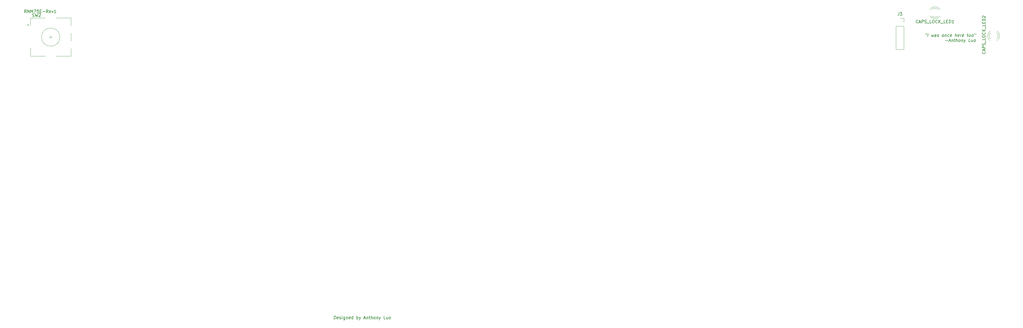
<source format=gbr>
%TF.GenerationSoftware,KiCad,Pcbnew,(5.1.9)-1*%
%TF.CreationDate,2021-05-13T20:29:08-04:00*%
%TF.ProjectId,rnm-75E,726e6d2d-3735-4452-9e6b-696361645f70,rev?*%
%TF.SameCoordinates,Original*%
%TF.FileFunction,Legend,Top*%
%TF.FilePolarity,Positive*%
%FSLAX46Y46*%
G04 Gerber Fmt 4.6, Leading zero omitted, Abs format (unit mm)*
G04 Created by KiCad (PCBNEW (5.1.9)-1) date 2021-05-13 20:29:08*
%MOMM*%
%LPD*%
G01*
G04 APERTURE LIST*
%ADD10C,0.150000*%
%ADD11C,0.120000*%
G04 APERTURE END LIST*
D10*
X360090922Y-100227380D02*
X360067113Y-100417857D01*
X360471875Y-100227380D02*
X360448065Y-100417857D01*
X360775446Y-101227380D02*
X360900446Y-100227380D01*
X362001636Y-100560714D02*
X362108779Y-101227380D01*
X362358779Y-100751190D01*
X362489732Y-101227380D01*
X362763541Y-100560714D01*
X363489732Y-101227380D02*
X363555208Y-100703571D01*
X363519494Y-100608333D01*
X363430208Y-100560714D01*
X363239732Y-100560714D01*
X363138541Y-100608333D01*
X363495684Y-101179761D02*
X363394494Y-101227380D01*
X363156398Y-101227380D01*
X363067113Y-101179761D01*
X363031398Y-101084523D01*
X363043303Y-100989285D01*
X363102827Y-100894047D01*
X363204017Y-100846428D01*
X363442113Y-100846428D01*
X363543303Y-100798809D01*
X363924255Y-101179761D02*
X364013541Y-101227380D01*
X364204017Y-101227380D01*
X364305208Y-101179761D01*
X364364732Y-101084523D01*
X364370684Y-101036904D01*
X364334970Y-100941666D01*
X364245684Y-100894047D01*
X364102827Y-100894047D01*
X364013541Y-100846428D01*
X363977827Y-100751190D01*
X363983779Y-100703571D01*
X364043303Y-100608333D01*
X364144494Y-100560714D01*
X364287351Y-100560714D01*
X364376636Y-100608333D01*
X365680208Y-101227380D02*
X365590922Y-101179761D01*
X365549255Y-101132142D01*
X365513541Y-101036904D01*
X365549255Y-100751190D01*
X365608779Y-100655952D01*
X365662351Y-100608333D01*
X365763541Y-100560714D01*
X365906398Y-100560714D01*
X365995684Y-100608333D01*
X366037351Y-100655952D01*
X366073065Y-100751190D01*
X366037351Y-101036904D01*
X365977827Y-101132142D01*
X365924255Y-101179761D01*
X365823065Y-101227380D01*
X365680208Y-101227380D01*
X366525446Y-100560714D02*
X366442113Y-101227380D01*
X366513541Y-100655952D02*
X366567113Y-100608333D01*
X366668303Y-100560714D01*
X366811160Y-100560714D01*
X366900446Y-100608333D01*
X366936160Y-100703571D01*
X366870684Y-101227380D01*
X367781398Y-101179761D02*
X367680208Y-101227380D01*
X367489732Y-101227380D01*
X367400446Y-101179761D01*
X367358779Y-101132142D01*
X367323065Y-101036904D01*
X367358779Y-100751190D01*
X367418303Y-100655952D01*
X367471875Y-100608333D01*
X367573065Y-100560714D01*
X367763541Y-100560714D01*
X367852827Y-100608333D01*
X368590922Y-101179761D02*
X368489732Y-101227380D01*
X368299255Y-101227380D01*
X368209970Y-101179761D01*
X368174255Y-101084523D01*
X368221875Y-100703571D01*
X368281398Y-100608333D01*
X368382589Y-100560714D01*
X368573065Y-100560714D01*
X368662351Y-100608333D01*
X368698065Y-100703571D01*
X368686160Y-100798809D01*
X368198065Y-100894047D01*
X369823065Y-101227380D02*
X369948065Y-100227380D01*
X370251636Y-101227380D02*
X370317113Y-100703571D01*
X370281398Y-100608333D01*
X370192113Y-100560714D01*
X370049255Y-100560714D01*
X369948065Y-100608333D01*
X369894494Y-100655952D01*
X371114732Y-101179761D02*
X371013541Y-101227380D01*
X370823065Y-101227380D01*
X370733779Y-101179761D01*
X370698065Y-101084523D01*
X370745684Y-100703571D01*
X370805208Y-100608333D01*
X370906398Y-100560714D01*
X371096875Y-100560714D01*
X371186160Y-100608333D01*
X371221875Y-100703571D01*
X371209970Y-100798809D01*
X370721875Y-100894047D01*
X371584970Y-101227380D02*
X371668303Y-100560714D01*
X371644494Y-100751190D02*
X371704017Y-100655952D01*
X371757589Y-100608333D01*
X371858779Y-100560714D01*
X371954017Y-100560714D01*
X372590922Y-101179761D02*
X372489732Y-101227380D01*
X372299255Y-101227380D01*
X372209970Y-101179761D01*
X372174255Y-101084523D01*
X372221875Y-100703571D01*
X372281398Y-100608333D01*
X372382589Y-100560714D01*
X372573065Y-100560714D01*
X372662351Y-100608333D01*
X372698065Y-100703571D01*
X372686160Y-100798809D01*
X372198065Y-100894047D01*
X373763541Y-100560714D02*
X374144494Y-100560714D01*
X373948065Y-100227380D02*
X373840922Y-101084523D01*
X373876636Y-101179761D01*
X373965922Y-101227380D01*
X374061160Y-101227380D01*
X374537351Y-101227380D02*
X374448065Y-101179761D01*
X374406398Y-101132142D01*
X374370684Y-101036904D01*
X374406398Y-100751190D01*
X374465922Y-100655952D01*
X374519494Y-100608333D01*
X374620684Y-100560714D01*
X374763541Y-100560714D01*
X374852827Y-100608333D01*
X374894494Y-100655952D01*
X374930208Y-100751190D01*
X374894494Y-101036904D01*
X374834970Y-101132142D01*
X374781398Y-101179761D01*
X374680208Y-101227380D01*
X374537351Y-101227380D01*
X375442113Y-101227380D02*
X375352827Y-101179761D01*
X375311160Y-101132142D01*
X375275446Y-101036904D01*
X375311160Y-100751190D01*
X375370684Y-100655952D01*
X375424255Y-100608333D01*
X375525446Y-100560714D01*
X375668303Y-100560714D01*
X375757589Y-100608333D01*
X375799255Y-100655952D01*
X375834970Y-100751190D01*
X375799255Y-101036904D01*
X375739732Y-101132142D01*
X375686160Y-101179761D01*
X375584970Y-101227380D01*
X375442113Y-101227380D01*
X376281398Y-100227380D02*
X376257589Y-100417857D01*
X376662351Y-100227380D02*
X376638541Y-100417857D01*
X366584970Y-102496428D02*
X367346875Y-102496428D01*
X367763541Y-102591666D02*
X368239732Y-102591666D01*
X367632589Y-102877380D02*
X368090922Y-101877380D01*
X368299255Y-102877380D01*
X368715922Y-102210714D02*
X368632589Y-102877380D01*
X368704017Y-102305952D02*
X368757589Y-102258333D01*
X368858779Y-102210714D01*
X369001636Y-102210714D01*
X369090922Y-102258333D01*
X369126636Y-102353571D01*
X369061160Y-102877380D01*
X369477827Y-102210714D02*
X369858779Y-102210714D01*
X369662351Y-101877380D02*
X369555208Y-102734523D01*
X369590922Y-102829761D01*
X369680208Y-102877380D01*
X369775446Y-102877380D01*
X370108779Y-102877380D02*
X370233779Y-101877380D01*
X370537351Y-102877380D02*
X370602827Y-102353571D01*
X370567113Y-102258333D01*
X370477827Y-102210714D01*
X370334970Y-102210714D01*
X370233779Y-102258333D01*
X370180208Y-102305952D01*
X371156398Y-102877380D02*
X371067113Y-102829761D01*
X371025446Y-102782142D01*
X370989732Y-102686904D01*
X371025446Y-102401190D01*
X371084970Y-102305952D01*
X371138541Y-102258333D01*
X371239732Y-102210714D01*
X371382589Y-102210714D01*
X371471875Y-102258333D01*
X371513541Y-102305952D01*
X371549255Y-102401190D01*
X371513541Y-102686904D01*
X371454017Y-102782142D01*
X371400446Y-102829761D01*
X371299255Y-102877380D01*
X371156398Y-102877380D01*
X372001636Y-102210714D02*
X371918303Y-102877380D01*
X371989732Y-102305952D02*
X372043303Y-102258333D01*
X372144494Y-102210714D01*
X372287351Y-102210714D01*
X372376636Y-102258333D01*
X372412351Y-102353571D01*
X372346875Y-102877380D01*
X372811160Y-102210714D02*
X372965922Y-102877380D01*
X373287351Y-102210714D02*
X372965922Y-102877380D01*
X372840922Y-103115476D01*
X372787351Y-103163095D01*
X372686160Y-103210714D01*
X374823065Y-102877380D02*
X374346875Y-102877380D01*
X374471875Y-101877380D01*
X375668303Y-102210714D02*
X375584970Y-102877380D01*
X375239732Y-102210714D02*
X375174255Y-102734523D01*
X375209970Y-102829761D01*
X375299255Y-102877380D01*
X375442113Y-102877380D01*
X375543303Y-102829761D01*
X375596875Y-102782142D01*
X376204017Y-102877380D02*
X376114732Y-102829761D01*
X376073065Y-102782142D01*
X376037351Y-102686904D01*
X376073065Y-102401190D01*
X376132589Y-102305952D01*
X376186160Y-102258333D01*
X376287351Y-102210714D01*
X376430208Y-102210714D01*
X376519494Y-102258333D01*
X376561160Y-102305952D01*
X376596875Y-102401190D01*
X376561160Y-102686904D01*
X376501636Y-102782142D01*
X376448065Y-102829761D01*
X376346875Y-102877380D01*
X376204017Y-102877380D01*
X62873511Y-93321130D02*
X62540178Y-92844940D01*
X62302083Y-93321130D02*
X62302083Y-92321130D01*
X62683035Y-92321130D01*
X62778273Y-92368750D01*
X62825892Y-92416369D01*
X62873511Y-92511607D01*
X62873511Y-92654464D01*
X62825892Y-92749702D01*
X62778273Y-92797321D01*
X62683035Y-92844940D01*
X62302083Y-92844940D01*
X63302083Y-93321130D02*
X63302083Y-92321130D01*
X63873511Y-93321130D01*
X63873511Y-92321130D01*
X64349702Y-93321130D02*
X64349702Y-92321130D01*
X64683035Y-93035416D01*
X65016369Y-92321130D01*
X65016369Y-93321130D01*
X65397321Y-92321130D02*
X66063988Y-92321130D01*
X65635416Y-93321130D01*
X66921130Y-92321130D02*
X66444940Y-92321130D01*
X66397321Y-92797321D01*
X66444940Y-92749702D01*
X66540178Y-92702083D01*
X66778273Y-92702083D01*
X66873511Y-92749702D01*
X66921130Y-92797321D01*
X66968750Y-92892559D01*
X66968750Y-93130654D01*
X66921130Y-93225892D01*
X66873511Y-93273511D01*
X66778273Y-93321130D01*
X66540178Y-93321130D01*
X66444940Y-93273511D01*
X66397321Y-93225892D01*
X67397321Y-92797321D02*
X67730654Y-92797321D01*
X67873511Y-93321130D02*
X67397321Y-93321130D01*
X67397321Y-92321130D01*
X67873511Y-92321130D01*
X68302083Y-92940178D02*
X69063988Y-92940178D01*
X70111607Y-93321130D02*
X69778273Y-92844940D01*
X69540178Y-93321130D02*
X69540178Y-92321130D01*
X69921130Y-92321130D01*
X70016369Y-92368750D01*
X70063988Y-92416369D01*
X70111607Y-92511607D01*
X70111607Y-92654464D01*
X70063988Y-92749702D01*
X70016369Y-92797321D01*
X69921130Y-92844940D01*
X69540178Y-92844940D01*
X70921130Y-93273511D02*
X70825892Y-93321130D01*
X70635416Y-93321130D01*
X70540178Y-93273511D01*
X70492559Y-93178273D01*
X70492559Y-92797321D01*
X70540178Y-92702083D01*
X70635416Y-92654464D01*
X70825892Y-92654464D01*
X70921130Y-92702083D01*
X70968750Y-92797321D01*
X70968750Y-92892559D01*
X70492559Y-92987797D01*
X71302083Y-92654464D02*
X71540178Y-93321130D01*
X71778273Y-92654464D01*
X72683035Y-93321130D02*
X72111607Y-93321130D01*
X72397321Y-93321130D02*
X72397321Y-92321130D01*
X72302083Y-92463988D01*
X72206845Y-92559226D01*
X72111607Y-92606845D01*
X164578345Y-194571880D02*
X164578345Y-193571880D01*
X164816440Y-193571880D01*
X164959297Y-193619500D01*
X165054535Y-193714738D01*
X165102154Y-193809976D01*
X165149773Y-194000452D01*
X165149773Y-194143309D01*
X165102154Y-194333785D01*
X165054535Y-194429023D01*
X164959297Y-194524261D01*
X164816440Y-194571880D01*
X164578345Y-194571880D01*
X165959297Y-194524261D02*
X165864059Y-194571880D01*
X165673583Y-194571880D01*
X165578345Y-194524261D01*
X165530726Y-194429023D01*
X165530726Y-194048071D01*
X165578345Y-193952833D01*
X165673583Y-193905214D01*
X165864059Y-193905214D01*
X165959297Y-193952833D01*
X166006916Y-194048071D01*
X166006916Y-194143309D01*
X165530726Y-194238547D01*
X166387869Y-194524261D02*
X166483107Y-194571880D01*
X166673583Y-194571880D01*
X166768821Y-194524261D01*
X166816440Y-194429023D01*
X166816440Y-194381404D01*
X166768821Y-194286166D01*
X166673583Y-194238547D01*
X166530726Y-194238547D01*
X166435488Y-194190928D01*
X166387869Y-194095690D01*
X166387869Y-194048071D01*
X166435488Y-193952833D01*
X166530726Y-193905214D01*
X166673583Y-193905214D01*
X166768821Y-193952833D01*
X167245011Y-194571880D02*
X167245011Y-193905214D01*
X167245011Y-193571880D02*
X167197392Y-193619500D01*
X167245011Y-193667119D01*
X167292630Y-193619500D01*
X167245011Y-193571880D01*
X167245011Y-193667119D01*
X168149773Y-193905214D02*
X168149773Y-194714738D01*
X168102154Y-194809976D01*
X168054535Y-194857595D01*
X167959297Y-194905214D01*
X167816440Y-194905214D01*
X167721202Y-194857595D01*
X168149773Y-194524261D02*
X168054535Y-194571880D01*
X167864059Y-194571880D01*
X167768821Y-194524261D01*
X167721202Y-194476642D01*
X167673583Y-194381404D01*
X167673583Y-194095690D01*
X167721202Y-194000452D01*
X167768821Y-193952833D01*
X167864059Y-193905214D01*
X168054535Y-193905214D01*
X168149773Y-193952833D01*
X168625964Y-193905214D02*
X168625964Y-194571880D01*
X168625964Y-194000452D02*
X168673583Y-193952833D01*
X168768821Y-193905214D01*
X168911678Y-193905214D01*
X169006916Y-193952833D01*
X169054535Y-194048071D01*
X169054535Y-194571880D01*
X169911678Y-194524261D02*
X169816440Y-194571880D01*
X169625964Y-194571880D01*
X169530726Y-194524261D01*
X169483107Y-194429023D01*
X169483107Y-194048071D01*
X169530726Y-193952833D01*
X169625964Y-193905214D01*
X169816440Y-193905214D01*
X169911678Y-193952833D01*
X169959297Y-194048071D01*
X169959297Y-194143309D01*
X169483107Y-194238547D01*
X170816440Y-194571880D02*
X170816440Y-193571880D01*
X170816440Y-194524261D02*
X170721202Y-194571880D01*
X170530726Y-194571880D01*
X170435488Y-194524261D01*
X170387869Y-194476642D01*
X170340250Y-194381404D01*
X170340250Y-194095690D01*
X170387869Y-194000452D01*
X170435488Y-193952833D01*
X170530726Y-193905214D01*
X170721202Y-193905214D01*
X170816440Y-193952833D01*
X172054535Y-194571880D02*
X172054535Y-193571880D01*
X172054535Y-193952833D02*
X172149773Y-193905214D01*
X172340250Y-193905214D01*
X172435488Y-193952833D01*
X172483107Y-194000452D01*
X172530726Y-194095690D01*
X172530726Y-194381404D01*
X172483107Y-194476642D01*
X172435488Y-194524261D01*
X172340250Y-194571880D01*
X172149773Y-194571880D01*
X172054535Y-194524261D01*
X172864059Y-193905214D02*
X173102154Y-194571880D01*
X173340250Y-193905214D02*
X173102154Y-194571880D01*
X173006916Y-194809976D01*
X172959297Y-194857595D01*
X172864059Y-194905214D01*
X174435488Y-194286166D02*
X174911678Y-194286166D01*
X174340250Y-194571880D02*
X174673583Y-193571880D01*
X175006916Y-194571880D01*
X175340250Y-193905214D02*
X175340250Y-194571880D01*
X175340250Y-194000452D02*
X175387869Y-193952833D01*
X175483107Y-193905214D01*
X175625964Y-193905214D01*
X175721202Y-193952833D01*
X175768821Y-194048071D01*
X175768821Y-194571880D01*
X176102154Y-193905214D02*
X176483107Y-193905214D01*
X176245011Y-193571880D02*
X176245011Y-194429023D01*
X176292630Y-194524261D01*
X176387869Y-194571880D01*
X176483107Y-194571880D01*
X176816440Y-194571880D02*
X176816440Y-193571880D01*
X177245011Y-194571880D02*
X177245011Y-194048071D01*
X177197392Y-193952833D01*
X177102154Y-193905214D01*
X176959297Y-193905214D01*
X176864059Y-193952833D01*
X176816440Y-194000452D01*
X177864059Y-194571880D02*
X177768821Y-194524261D01*
X177721202Y-194476642D01*
X177673583Y-194381404D01*
X177673583Y-194095690D01*
X177721202Y-194000452D01*
X177768821Y-193952833D01*
X177864059Y-193905214D01*
X178006916Y-193905214D01*
X178102154Y-193952833D01*
X178149773Y-194000452D01*
X178197392Y-194095690D01*
X178197392Y-194381404D01*
X178149773Y-194476642D01*
X178102154Y-194524261D01*
X178006916Y-194571880D01*
X177864059Y-194571880D01*
X178625964Y-193905214D02*
X178625964Y-194571880D01*
X178625964Y-194000452D02*
X178673583Y-193952833D01*
X178768821Y-193905214D01*
X178911678Y-193905214D01*
X179006916Y-193952833D01*
X179054535Y-194048071D01*
X179054535Y-194571880D01*
X179435488Y-193905214D02*
X179673583Y-194571880D01*
X179911678Y-193905214D02*
X179673583Y-194571880D01*
X179578345Y-194809976D01*
X179530726Y-194857595D01*
X179435488Y-194905214D01*
X181530726Y-194571880D02*
X181054535Y-194571880D01*
X181054535Y-193571880D01*
X182292630Y-193905214D02*
X182292630Y-194571880D01*
X181864059Y-193905214D02*
X181864059Y-194429023D01*
X181911678Y-194524261D01*
X182006916Y-194571880D01*
X182149773Y-194571880D01*
X182245011Y-194524261D01*
X182292630Y-194476642D01*
X182911678Y-194571880D02*
X182816440Y-194524261D01*
X182768821Y-194476642D01*
X182721202Y-194381404D01*
X182721202Y-194095690D01*
X182768821Y-194000452D01*
X182816440Y-193952833D01*
X182911678Y-193905214D01*
X183054535Y-193905214D01*
X183149773Y-193952833D01*
X183197392Y-194000452D01*
X183245011Y-194095690D01*
X183245011Y-194381404D01*
X183197392Y-194476642D01*
X183149773Y-194524261D01*
X183054535Y-194571880D01*
X182911678Y-194571880D01*
D11*
%TO.C,CAPS_LOCK_LED2*%
X381444163Y-101974380D02*
G75*
G02*
X381444000Y-99892289I1079837J1041130D01*
G01*
X383603837Y-101974380D02*
G75*
G03*
X383604000Y-99892289I-1079837J1041130D01*
G01*
X381445392Y-102605585D02*
G75*
G02*
X381288484Y-99373250I1078608J1672335D01*
G01*
X383602608Y-102605585D02*
G75*
G03*
X383759516Y-99373250I-1078608J1672335D01*
G01*
X383760000Y-99373250D02*
X383604000Y-99373250D01*
X381444000Y-99373250D02*
X381288000Y-99373250D01*
%TO.C,CAPS_LOCK_LED1*%
X362115370Y-92233413D02*
G75*
G02*
X364197461Y-92233250I1041130J-1079837D01*
G01*
X362115370Y-94393087D02*
G75*
G03*
X364197461Y-94393250I1041130J1079837D01*
G01*
X361484165Y-92234642D02*
G75*
G02*
X364716500Y-92077734I1672335J-1078608D01*
G01*
X361484165Y-94391858D02*
G75*
G03*
X364716500Y-94548766I1672335J1078608D01*
G01*
X364716500Y-94549250D02*
X364716500Y-94393250D01*
X364716500Y-92233250D02*
X364716500Y-92077250D01*
%TO.C,J3*%
X350237750Y-97758250D02*
X352897750Y-97758250D01*
X350237750Y-97758250D02*
X350237750Y-105438250D01*
X350237750Y-105438250D02*
X352897750Y-105438250D01*
X352897750Y-97758250D02*
X352897750Y-105438250D01*
X352897750Y-95158250D02*
X352897750Y-96488250D01*
X351567750Y-95158250D02*
X352897750Y-95158250D01*
%TO.C,SW2*%
X70436500Y-101369500D02*
X71436500Y-101369500D01*
X70936500Y-100869500D02*
X70936500Y-101869500D01*
X77636500Y-105069500D02*
X77636500Y-107669500D01*
X77636500Y-100069500D02*
X77636500Y-102669500D01*
X77636500Y-95069500D02*
X77636500Y-97669500D01*
X63736500Y-97269500D02*
X63436500Y-97569500D01*
X63136500Y-97269500D02*
X63736500Y-97269500D01*
X63436500Y-97569500D02*
X63136500Y-97269500D01*
X64236500Y-95069500D02*
X64236500Y-97569500D01*
X69036500Y-95069500D02*
X64236500Y-95069500D01*
X64236500Y-107669500D02*
X64236500Y-104869500D01*
X69136500Y-107669500D02*
X64236500Y-107669500D01*
X77636500Y-107669500D02*
X72736500Y-107669500D01*
X72736500Y-95069500D02*
X77636500Y-95069500D01*
X73936500Y-101369500D02*
G75*
G03*
X73936500Y-101369500I-3000000J0D01*
G01*
%TO.C,CAPS_LOCK_LED2*%
D10*
X379706142Y-106234797D02*
X379753761Y-106282416D01*
X379801380Y-106425273D01*
X379801380Y-106520511D01*
X379753761Y-106663369D01*
X379658523Y-106758607D01*
X379563285Y-106806226D01*
X379372809Y-106853845D01*
X379229952Y-106853845D01*
X379039476Y-106806226D01*
X378944238Y-106758607D01*
X378849000Y-106663369D01*
X378801380Y-106520511D01*
X378801380Y-106425273D01*
X378849000Y-106282416D01*
X378896619Y-106234797D01*
X379515666Y-105853845D02*
X379515666Y-105377654D01*
X379801380Y-105949083D02*
X378801380Y-105615750D01*
X379801380Y-105282416D01*
X379801380Y-104949083D02*
X378801380Y-104949083D01*
X378801380Y-104568130D01*
X378849000Y-104472892D01*
X378896619Y-104425273D01*
X378991857Y-104377654D01*
X379134714Y-104377654D01*
X379229952Y-104425273D01*
X379277571Y-104472892D01*
X379325190Y-104568130D01*
X379325190Y-104949083D01*
X379753761Y-103996702D02*
X379801380Y-103853845D01*
X379801380Y-103615750D01*
X379753761Y-103520511D01*
X379706142Y-103472892D01*
X379610904Y-103425273D01*
X379515666Y-103425273D01*
X379420428Y-103472892D01*
X379372809Y-103520511D01*
X379325190Y-103615750D01*
X379277571Y-103806226D01*
X379229952Y-103901464D01*
X379182333Y-103949083D01*
X379087095Y-103996702D01*
X378991857Y-103996702D01*
X378896619Y-103949083D01*
X378849000Y-103901464D01*
X378801380Y-103806226D01*
X378801380Y-103568130D01*
X378849000Y-103425273D01*
X379896619Y-103234797D02*
X379896619Y-102472892D01*
X379801380Y-101758607D02*
X379801380Y-102234797D01*
X378801380Y-102234797D01*
X378801380Y-101234797D02*
X378801380Y-101044321D01*
X378849000Y-100949083D01*
X378944238Y-100853845D01*
X379134714Y-100806226D01*
X379468047Y-100806226D01*
X379658523Y-100853845D01*
X379753761Y-100949083D01*
X379801380Y-101044321D01*
X379801380Y-101234797D01*
X379753761Y-101330035D01*
X379658523Y-101425273D01*
X379468047Y-101472892D01*
X379134714Y-101472892D01*
X378944238Y-101425273D01*
X378849000Y-101330035D01*
X378801380Y-101234797D01*
X379706142Y-99806226D02*
X379753761Y-99853845D01*
X379801380Y-99996702D01*
X379801380Y-100091940D01*
X379753761Y-100234797D01*
X379658523Y-100330035D01*
X379563285Y-100377654D01*
X379372809Y-100425273D01*
X379229952Y-100425273D01*
X379039476Y-100377654D01*
X378944238Y-100330035D01*
X378849000Y-100234797D01*
X378801380Y-100091940D01*
X378801380Y-99996702D01*
X378849000Y-99853845D01*
X378896619Y-99806226D01*
X379801380Y-99377654D02*
X378801380Y-99377654D01*
X379801380Y-98806226D02*
X379229952Y-99234797D01*
X378801380Y-98806226D02*
X379372809Y-99377654D01*
X379896619Y-98615750D02*
X379896619Y-97853845D01*
X379801380Y-97139559D02*
X379801380Y-97615750D01*
X378801380Y-97615750D01*
X379277571Y-96806226D02*
X379277571Y-96472892D01*
X379801380Y-96330035D02*
X379801380Y-96806226D01*
X378801380Y-96806226D01*
X378801380Y-96330035D01*
X379801380Y-95901464D02*
X378801380Y-95901464D01*
X378801380Y-95663369D01*
X378849000Y-95520511D01*
X378944238Y-95425273D01*
X379039476Y-95377654D01*
X379229952Y-95330035D01*
X379372809Y-95330035D01*
X379563285Y-95377654D01*
X379658523Y-95425273D01*
X379753761Y-95520511D01*
X379801380Y-95663369D01*
X379801380Y-95901464D01*
X378896619Y-94949083D02*
X378849000Y-94901464D01*
X378801380Y-94806226D01*
X378801380Y-94568130D01*
X378849000Y-94472892D01*
X378896619Y-94425273D01*
X378991857Y-94377654D01*
X379087095Y-94377654D01*
X379229952Y-94425273D01*
X379801380Y-94996702D01*
X379801380Y-94377654D01*
%TO.C,CAPS_LOCK_LED1*%
X357537452Y-96630392D02*
X357489833Y-96678011D01*
X357346976Y-96725630D01*
X357251738Y-96725630D01*
X357108880Y-96678011D01*
X357013642Y-96582773D01*
X356966023Y-96487535D01*
X356918404Y-96297059D01*
X356918404Y-96154202D01*
X356966023Y-95963726D01*
X357013642Y-95868488D01*
X357108880Y-95773250D01*
X357251738Y-95725630D01*
X357346976Y-95725630D01*
X357489833Y-95773250D01*
X357537452Y-95820869D01*
X357918404Y-96439916D02*
X358394595Y-96439916D01*
X357823166Y-96725630D02*
X358156500Y-95725630D01*
X358489833Y-96725630D01*
X358823166Y-96725630D02*
X358823166Y-95725630D01*
X359204119Y-95725630D01*
X359299357Y-95773250D01*
X359346976Y-95820869D01*
X359394595Y-95916107D01*
X359394595Y-96058964D01*
X359346976Y-96154202D01*
X359299357Y-96201821D01*
X359204119Y-96249440D01*
X358823166Y-96249440D01*
X359775547Y-96678011D02*
X359918404Y-96725630D01*
X360156500Y-96725630D01*
X360251738Y-96678011D01*
X360299357Y-96630392D01*
X360346976Y-96535154D01*
X360346976Y-96439916D01*
X360299357Y-96344678D01*
X360251738Y-96297059D01*
X360156500Y-96249440D01*
X359966023Y-96201821D01*
X359870785Y-96154202D01*
X359823166Y-96106583D01*
X359775547Y-96011345D01*
X359775547Y-95916107D01*
X359823166Y-95820869D01*
X359870785Y-95773250D01*
X359966023Y-95725630D01*
X360204119Y-95725630D01*
X360346976Y-95773250D01*
X360537452Y-96820869D02*
X361299357Y-96820869D01*
X362013642Y-96725630D02*
X361537452Y-96725630D01*
X361537452Y-95725630D01*
X362537452Y-95725630D02*
X362727928Y-95725630D01*
X362823166Y-95773250D01*
X362918404Y-95868488D01*
X362966023Y-96058964D01*
X362966023Y-96392297D01*
X362918404Y-96582773D01*
X362823166Y-96678011D01*
X362727928Y-96725630D01*
X362537452Y-96725630D01*
X362442214Y-96678011D01*
X362346976Y-96582773D01*
X362299357Y-96392297D01*
X362299357Y-96058964D01*
X362346976Y-95868488D01*
X362442214Y-95773250D01*
X362537452Y-95725630D01*
X363966023Y-96630392D02*
X363918404Y-96678011D01*
X363775547Y-96725630D01*
X363680309Y-96725630D01*
X363537452Y-96678011D01*
X363442214Y-96582773D01*
X363394595Y-96487535D01*
X363346976Y-96297059D01*
X363346976Y-96154202D01*
X363394595Y-95963726D01*
X363442214Y-95868488D01*
X363537452Y-95773250D01*
X363680309Y-95725630D01*
X363775547Y-95725630D01*
X363918404Y-95773250D01*
X363966023Y-95820869D01*
X364394595Y-96725630D02*
X364394595Y-95725630D01*
X364966023Y-96725630D02*
X364537452Y-96154202D01*
X364966023Y-95725630D02*
X364394595Y-96297059D01*
X365156500Y-96820869D02*
X365918404Y-96820869D01*
X366632690Y-96725630D02*
X366156500Y-96725630D01*
X366156500Y-95725630D01*
X366966023Y-96201821D02*
X367299357Y-96201821D01*
X367442214Y-96725630D02*
X366966023Y-96725630D01*
X366966023Y-95725630D01*
X367442214Y-95725630D01*
X367870785Y-96725630D02*
X367870785Y-95725630D01*
X368108880Y-95725630D01*
X368251738Y-95773250D01*
X368346976Y-95868488D01*
X368394595Y-95963726D01*
X368442214Y-96154202D01*
X368442214Y-96297059D01*
X368394595Y-96487535D01*
X368346976Y-96582773D01*
X368251738Y-96678011D01*
X368108880Y-96725630D01*
X367870785Y-96725630D01*
X369394595Y-96725630D02*
X368823166Y-96725630D01*
X369108880Y-96725630D02*
X369108880Y-95725630D01*
X369013642Y-95868488D01*
X368918404Y-95963726D01*
X368823166Y-96011345D01*
%TO.C,J3*%
X351234416Y-93170630D02*
X351234416Y-93884916D01*
X351186797Y-94027773D01*
X351091559Y-94123011D01*
X350948702Y-94170630D01*
X350853464Y-94170630D01*
X351615369Y-93170630D02*
X352234416Y-93170630D01*
X351901083Y-93551583D01*
X352043940Y-93551583D01*
X352139178Y-93599202D01*
X352186797Y-93646821D01*
X352234416Y-93742059D01*
X352234416Y-93980154D01*
X352186797Y-94075392D01*
X352139178Y-94123011D01*
X352043940Y-94170630D01*
X351758226Y-94170630D01*
X351662988Y-94123011D01*
X351615369Y-94075392D01*
%TO.C,SW2*%
X64903166Y-94574261D02*
X65046023Y-94621880D01*
X65284119Y-94621880D01*
X65379357Y-94574261D01*
X65426976Y-94526642D01*
X65474595Y-94431404D01*
X65474595Y-94336166D01*
X65426976Y-94240928D01*
X65379357Y-94193309D01*
X65284119Y-94145690D01*
X65093642Y-94098071D01*
X64998404Y-94050452D01*
X64950785Y-94002833D01*
X64903166Y-93907595D01*
X64903166Y-93812357D01*
X64950785Y-93717119D01*
X64998404Y-93669500D01*
X65093642Y-93621880D01*
X65331738Y-93621880D01*
X65474595Y-93669500D01*
X65807928Y-93621880D02*
X66046023Y-94621880D01*
X66236500Y-93907595D01*
X66426976Y-94621880D01*
X66665071Y-93621880D01*
X66998404Y-93717119D02*
X67046023Y-93669500D01*
X67141261Y-93621880D01*
X67379357Y-93621880D01*
X67474595Y-93669500D01*
X67522214Y-93717119D01*
X67569833Y-93812357D01*
X67569833Y-93907595D01*
X67522214Y-94050452D01*
X66950785Y-94621880D01*
X67569833Y-94621880D01*
%TD*%
M02*

</source>
